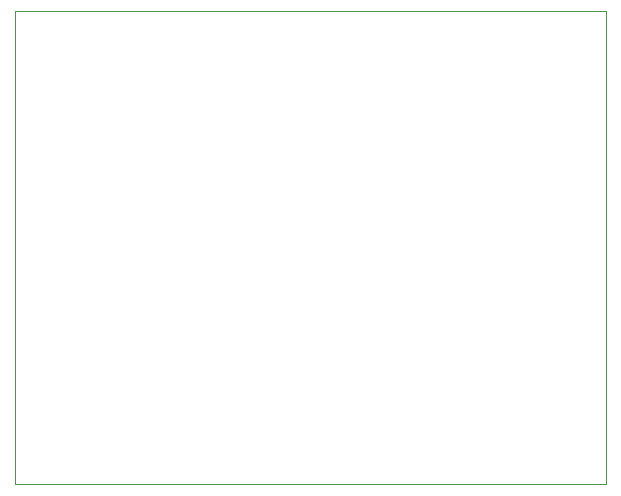
<source format=gbr>
%TF.GenerationSoftware,KiCad,Pcbnew,9.0.5*%
%TF.CreationDate,2025-11-01T17:51:25+01:00*%
%TF.ProjectId,TechBird_SmartTemp,54656368-4269-4726-945f-536d61727454,rev?*%
%TF.SameCoordinates,Original*%
%TF.FileFunction,Profile,NP*%
%FSLAX46Y46*%
G04 Gerber Fmt 4.6, Leading zero omitted, Abs format (unit mm)*
G04 Created by KiCad (PCBNEW 9.0.5) date 2025-11-01 17:51:25*
%MOMM*%
%LPD*%
G01*
G04 APERTURE LIST*
%TA.AperFunction,Profile*%
%ADD10C,0.050000*%
%TD*%
G04 APERTURE END LIST*
D10*
X89000000Y-57000000D02*
X139000000Y-57000000D01*
X139000000Y-97000000D01*
X89000000Y-97000000D01*
X89000000Y-57000000D01*
M02*

</source>
